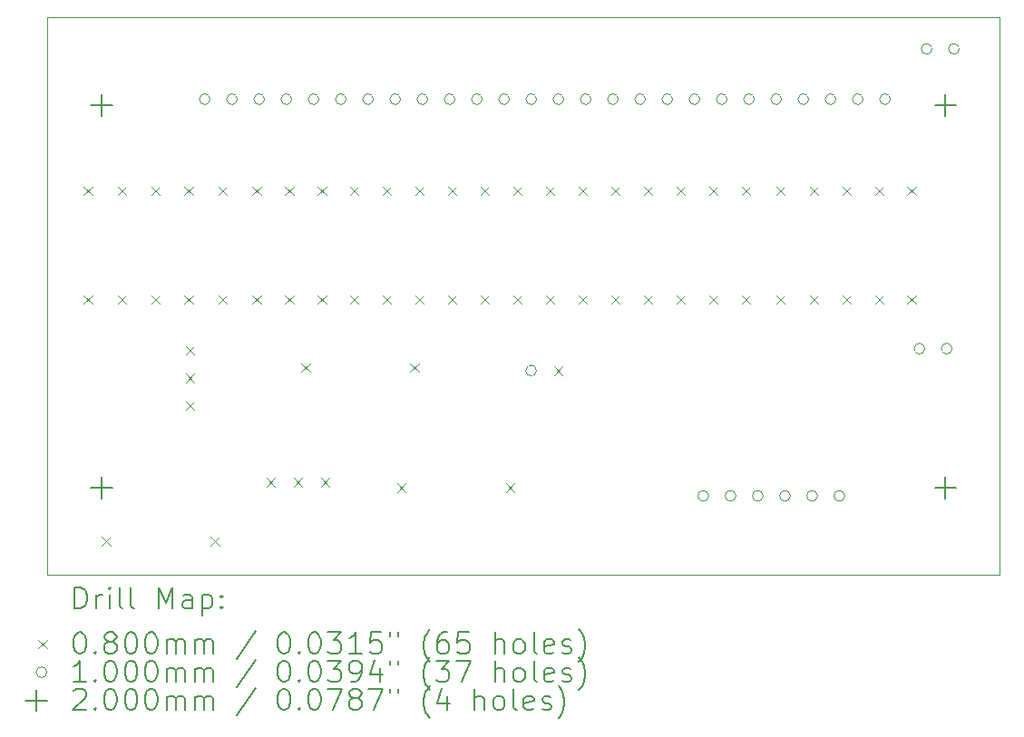
<source format=gbr>
%TF.GenerationSoftware,KiCad,Pcbnew,8.0.3*%
%TF.CreationDate,2024-07-19T22:04:13-04:00*%
%TF.ProjectId,CCPPowerBoard,43435050-6f77-4657-9242-6f6172642e6b,rev?*%
%TF.SameCoordinates,Original*%
%TF.FileFunction,Drillmap*%
%TF.FilePolarity,Positive*%
%FSLAX45Y45*%
G04 Gerber Fmt 4.5, Leading zero omitted, Abs format (unit mm)*
G04 Created by KiCad (PCBNEW 8.0.3) date 2024-07-19 22:04:13*
%MOMM*%
%LPD*%
G01*
G04 APERTURE LIST*
%ADD10C,0.050000*%
%ADD11C,0.200000*%
%ADD12C,0.100000*%
G04 APERTURE END LIST*
D10*
X6840000Y-5330000D02*
X15730000Y-5330000D01*
X15730000Y-10540000D01*
X6840000Y-10540000D01*
X6840000Y-5330000D01*
D11*
D12*
X7180000Y-6910000D02*
X7260000Y-6990000D01*
X7260000Y-6910000D02*
X7180000Y-6990000D01*
X7180000Y-7926000D02*
X7260000Y-8006000D01*
X7260000Y-7926000D02*
X7180000Y-8006000D01*
X7352000Y-10185000D02*
X7432000Y-10265000D01*
X7432000Y-10185000D02*
X7352000Y-10265000D01*
X7500000Y-6910000D02*
X7580000Y-6990000D01*
X7580000Y-6910000D02*
X7500000Y-6990000D01*
X7500000Y-7926000D02*
X7580000Y-8006000D01*
X7580000Y-7926000D02*
X7500000Y-8006000D01*
X7810000Y-6910000D02*
X7890000Y-6990000D01*
X7890000Y-6910000D02*
X7810000Y-6990000D01*
X7810000Y-7926000D02*
X7890000Y-8006000D01*
X7890000Y-7926000D02*
X7810000Y-8006000D01*
X8120000Y-6910000D02*
X8200000Y-6990000D01*
X8200000Y-6910000D02*
X8120000Y-6990000D01*
X8120000Y-7926000D02*
X8200000Y-8006000D01*
X8200000Y-7926000D02*
X8120000Y-8006000D01*
X8132500Y-8400000D02*
X8212500Y-8480000D01*
X8212500Y-8400000D02*
X8132500Y-8480000D01*
X8132500Y-8660000D02*
X8212500Y-8740000D01*
X8212500Y-8660000D02*
X8132500Y-8740000D01*
X8132500Y-8920000D02*
X8212500Y-9000000D01*
X8212500Y-8920000D02*
X8132500Y-9000000D01*
X8368000Y-10185000D02*
X8448000Y-10265000D01*
X8448000Y-10185000D02*
X8368000Y-10265000D01*
X8440000Y-6910000D02*
X8520000Y-6990000D01*
X8520000Y-6910000D02*
X8440000Y-6990000D01*
X8440000Y-7926000D02*
X8520000Y-8006000D01*
X8520000Y-7926000D02*
X8440000Y-8006000D01*
X8755000Y-6910000D02*
X8835000Y-6990000D01*
X8835000Y-6910000D02*
X8755000Y-6990000D01*
X8755000Y-7926000D02*
X8835000Y-8006000D01*
X8835000Y-7926000D02*
X8755000Y-8006000D01*
X8887000Y-9635000D02*
X8967000Y-9715000D01*
X8967000Y-9635000D02*
X8887000Y-9715000D01*
X9060000Y-6910000D02*
X9140000Y-6990000D01*
X9140000Y-6910000D02*
X9060000Y-6990000D01*
X9060000Y-7926000D02*
X9140000Y-8006000D01*
X9140000Y-7926000D02*
X9060000Y-8006000D01*
X9141000Y-9635000D02*
X9221000Y-9715000D01*
X9221000Y-9635000D02*
X9141000Y-9715000D01*
X9213500Y-8560000D02*
X9293500Y-8640000D01*
X9293500Y-8560000D02*
X9213500Y-8640000D01*
X9365000Y-6910000D02*
X9445000Y-6990000D01*
X9445000Y-6910000D02*
X9365000Y-6990000D01*
X9365000Y-7926000D02*
X9445000Y-8006000D01*
X9445000Y-7926000D02*
X9365000Y-8006000D01*
X9395000Y-9635000D02*
X9475000Y-9715000D01*
X9475000Y-9635000D02*
X9395000Y-9715000D01*
X9665000Y-6910000D02*
X9745000Y-6990000D01*
X9745000Y-6910000D02*
X9665000Y-6990000D01*
X9665000Y-7926000D02*
X9745000Y-8006000D01*
X9745000Y-7926000D02*
X9665000Y-8006000D01*
X9970000Y-6910000D02*
X10050000Y-6990000D01*
X10050000Y-6910000D02*
X9970000Y-6990000D01*
X9970000Y-7926000D02*
X10050000Y-8006000D01*
X10050000Y-7926000D02*
X9970000Y-8006000D01*
X10104000Y-9685000D02*
X10184000Y-9765000D01*
X10184000Y-9685000D02*
X10104000Y-9765000D01*
X10229500Y-8560000D02*
X10309500Y-8640000D01*
X10309500Y-8560000D02*
X10229500Y-8640000D01*
X10275000Y-6910000D02*
X10355000Y-6990000D01*
X10355000Y-6910000D02*
X10275000Y-6990000D01*
X10275000Y-7926000D02*
X10355000Y-8006000D01*
X10355000Y-7926000D02*
X10275000Y-8006000D01*
X10580000Y-6910000D02*
X10660000Y-6990000D01*
X10660000Y-6910000D02*
X10580000Y-6990000D01*
X10580000Y-7926000D02*
X10660000Y-8006000D01*
X10660000Y-7926000D02*
X10580000Y-8006000D01*
X10885000Y-6910000D02*
X10965000Y-6990000D01*
X10965000Y-6910000D02*
X10885000Y-6990000D01*
X10885000Y-7926000D02*
X10965000Y-8006000D01*
X10965000Y-7926000D02*
X10885000Y-8006000D01*
X11120000Y-9685000D02*
X11200000Y-9765000D01*
X11200000Y-9685000D02*
X11120000Y-9765000D01*
X11190000Y-6910000D02*
X11270000Y-6990000D01*
X11270000Y-6910000D02*
X11190000Y-6990000D01*
X11190000Y-7926000D02*
X11270000Y-8006000D01*
X11270000Y-7926000D02*
X11190000Y-8006000D01*
X11495000Y-6910000D02*
X11575000Y-6990000D01*
X11575000Y-6910000D02*
X11495000Y-6990000D01*
X11495000Y-7926000D02*
X11575000Y-8006000D01*
X11575000Y-7926000D02*
X11495000Y-8006000D01*
X11571500Y-8590000D02*
X11651500Y-8670000D01*
X11651500Y-8590000D02*
X11571500Y-8670000D01*
X11800000Y-6910000D02*
X11880000Y-6990000D01*
X11880000Y-6910000D02*
X11800000Y-6990000D01*
X11800000Y-7926000D02*
X11880000Y-8006000D01*
X11880000Y-7926000D02*
X11800000Y-8006000D01*
X12105000Y-6910000D02*
X12185000Y-6990000D01*
X12185000Y-6910000D02*
X12105000Y-6990000D01*
X12105000Y-7926000D02*
X12185000Y-8006000D01*
X12185000Y-7926000D02*
X12105000Y-8006000D01*
X12410000Y-6910000D02*
X12490000Y-6990000D01*
X12490000Y-6910000D02*
X12410000Y-6990000D01*
X12410000Y-7926000D02*
X12490000Y-8006000D01*
X12490000Y-7926000D02*
X12410000Y-8006000D01*
X12715000Y-6910000D02*
X12795000Y-6990000D01*
X12795000Y-6910000D02*
X12715000Y-6990000D01*
X12715000Y-7926000D02*
X12795000Y-8006000D01*
X12795000Y-7926000D02*
X12715000Y-8006000D01*
X13020000Y-6910000D02*
X13100000Y-6990000D01*
X13100000Y-6910000D02*
X13020000Y-6990000D01*
X13020000Y-7926000D02*
X13100000Y-8006000D01*
X13100000Y-7926000D02*
X13020000Y-8006000D01*
X13325000Y-6910000D02*
X13405000Y-6990000D01*
X13405000Y-6910000D02*
X13325000Y-6990000D01*
X13325000Y-7926000D02*
X13405000Y-8006000D01*
X13405000Y-7926000D02*
X13325000Y-8006000D01*
X13645000Y-6910000D02*
X13725000Y-6990000D01*
X13725000Y-6910000D02*
X13645000Y-6990000D01*
X13645000Y-7926000D02*
X13725000Y-8006000D01*
X13725000Y-7926000D02*
X13645000Y-8006000D01*
X13960000Y-6910000D02*
X14040000Y-6990000D01*
X14040000Y-6910000D02*
X13960000Y-6990000D01*
X13960000Y-7926000D02*
X14040000Y-8006000D01*
X14040000Y-7926000D02*
X13960000Y-8006000D01*
X14265000Y-6910000D02*
X14345000Y-6990000D01*
X14345000Y-6910000D02*
X14265000Y-6990000D01*
X14265000Y-7926000D02*
X14345000Y-8006000D01*
X14345000Y-7926000D02*
X14265000Y-8006000D01*
X14570000Y-6910000D02*
X14650000Y-6990000D01*
X14650000Y-6910000D02*
X14570000Y-6990000D01*
X14570000Y-7926000D02*
X14650000Y-8006000D01*
X14650000Y-7926000D02*
X14570000Y-8006000D01*
X14870000Y-6910000D02*
X14950000Y-6990000D01*
X14950000Y-6910000D02*
X14870000Y-6990000D01*
X14870000Y-7926000D02*
X14950000Y-8006000D01*
X14950000Y-7926000D02*
X14870000Y-8006000D01*
X8361000Y-6095000D02*
G75*
G02*
X8261000Y-6095000I-50000J0D01*
G01*
X8261000Y-6095000D02*
G75*
G02*
X8361000Y-6095000I50000J0D01*
G01*
X8615000Y-6095000D02*
G75*
G02*
X8515000Y-6095000I-50000J0D01*
G01*
X8515000Y-6095000D02*
G75*
G02*
X8615000Y-6095000I50000J0D01*
G01*
X8869000Y-6095000D02*
G75*
G02*
X8769000Y-6095000I-50000J0D01*
G01*
X8769000Y-6095000D02*
G75*
G02*
X8869000Y-6095000I50000J0D01*
G01*
X9123000Y-6095000D02*
G75*
G02*
X9023000Y-6095000I-50000J0D01*
G01*
X9023000Y-6095000D02*
G75*
G02*
X9123000Y-6095000I50000J0D01*
G01*
X9377000Y-6095000D02*
G75*
G02*
X9277000Y-6095000I-50000J0D01*
G01*
X9277000Y-6095000D02*
G75*
G02*
X9377000Y-6095000I50000J0D01*
G01*
X9631000Y-6095000D02*
G75*
G02*
X9531000Y-6095000I-50000J0D01*
G01*
X9531000Y-6095000D02*
G75*
G02*
X9631000Y-6095000I50000J0D01*
G01*
X9885000Y-6095000D02*
G75*
G02*
X9785000Y-6095000I-50000J0D01*
G01*
X9785000Y-6095000D02*
G75*
G02*
X9885000Y-6095000I50000J0D01*
G01*
X10139000Y-6095000D02*
G75*
G02*
X10039000Y-6095000I-50000J0D01*
G01*
X10039000Y-6095000D02*
G75*
G02*
X10139000Y-6095000I50000J0D01*
G01*
X10393000Y-6095000D02*
G75*
G02*
X10293000Y-6095000I-50000J0D01*
G01*
X10293000Y-6095000D02*
G75*
G02*
X10393000Y-6095000I50000J0D01*
G01*
X10647000Y-6095000D02*
G75*
G02*
X10547000Y-6095000I-50000J0D01*
G01*
X10547000Y-6095000D02*
G75*
G02*
X10647000Y-6095000I50000J0D01*
G01*
X10901000Y-6095000D02*
G75*
G02*
X10801000Y-6095000I-50000J0D01*
G01*
X10801000Y-6095000D02*
G75*
G02*
X10901000Y-6095000I50000J0D01*
G01*
X11155000Y-6095000D02*
G75*
G02*
X11055000Y-6095000I-50000J0D01*
G01*
X11055000Y-6095000D02*
G75*
G02*
X11155000Y-6095000I50000J0D01*
G01*
X11407500Y-8630000D02*
G75*
G02*
X11307500Y-8630000I-50000J0D01*
G01*
X11307500Y-8630000D02*
G75*
G02*
X11407500Y-8630000I50000J0D01*
G01*
X11409000Y-6095000D02*
G75*
G02*
X11309000Y-6095000I-50000J0D01*
G01*
X11309000Y-6095000D02*
G75*
G02*
X11409000Y-6095000I50000J0D01*
G01*
X11663000Y-6095000D02*
G75*
G02*
X11563000Y-6095000I-50000J0D01*
G01*
X11563000Y-6095000D02*
G75*
G02*
X11663000Y-6095000I50000J0D01*
G01*
X11917000Y-6095000D02*
G75*
G02*
X11817000Y-6095000I-50000J0D01*
G01*
X11817000Y-6095000D02*
G75*
G02*
X11917000Y-6095000I50000J0D01*
G01*
X12171000Y-6095000D02*
G75*
G02*
X12071000Y-6095000I-50000J0D01*
G01*
X12071000Y-6095000D02*
G75*
G02*
X12171000Y-6095000I50000J0D01*
G01*
X12425000Y-6095000D02*
G75*
G02*
X12325000Y-6095000I-50000J0D01*
G01*
X12325000Y-6095000D02*
G75*
G02*
X12425000Y-6095000I50000J0D01*
G01*
X12679000Y-6095000D02*
G75*
G02*
X12579000Y-6095000I-50000J0D01*
G01*
X12579000Y-6095000D02*
G75*
G02*
X12679000Y-6095000I50000J0D01*
G01*
X12933000Y-6095000D02*
G75*
G02*
X12833000Y-6095000I-50000J0D01*
G01*
X12833000Y-6095000D02*
G75*
G02*
X12933000Y-6095000I50000J0D01*
G01*
X13015000Y-9800000D02*
G75*
G02*
X12915000Y-9800000I-50000J0D01*
G01*
X12915000Y-9800000D02*
G75*
G02*
X13015000Y-9800000I50000J0D01*
G01*
X13187000Y-6095000D02*
G75*
G02*
X13087000Y-6095000I-50000J0D01*
G01*
X13087000Y-6095000D02*
G75*
G02*
X13187000Y-6095000I50000J0D01*
G01*
X13269000Y-9800000D02*
G75*
G02*
X13169000Y-9800000I-50000J0D01*
G01*
X13169000Y-9800000D02*
G75*
G02*
X13269000Y-9800000I50000J0D01*
G01*
X13441000Y-6095000D02*
G75*
G02*
X13341000Y-6095000I-50000J0D01*
G01*
X13341000Y-6095000D02*
G75*
G02*
X13441000Y-6095000I50000J0D01*
G01*
X13523000Y-9800000D02*
G75*
G02*
X13423000Y-9800000I-50000J0D01*
G01*
X13423000Y-9800000D02*
G75*
G02*
X13523000Y-9800000I50000J0D01*
G01*
X13695000Y-6095000D02*
G75*
G02*
X13595000Y-6095000I-50000J0D01*
G01*
X13595000Y-6095000D02*
G75*
G02*
X13695000Y-6095000I50000J0D01*
G01*
X13777000Y-9800000D02*
G75*
G02*
X13677000Y-9800000I-50000J0D01*
G01*
X13677000Y-9800000D02*
G75*
G02*
X13777000Y-9800000I50000J0D01*
G01*
X13949000Y-6095000D02*
G75*
G02*
X13849000Y-6095000I-50000J0D01*
G01*
X13849000Y-6095000D02*
G75*
G02*
X13949000Y-6095000I50000J0D01*
G01*
X14031000Y-9800000D02*
G75*
G02*
X13931000Y-9800000I-50000J0D01*
G01*
X13931000Y-9800000D02*
G75*
G02*
X14031000Y-9800000I50000J0D01*
G01*
X14203000Y-6095000D02*
G75*
G02*
X14103000Y-6095000I-50000J0D01*
G01*
X14103000Y-6095000D02*
G75*
G02*
X14203000Y-6095000I50000J0D01*
G01*
X14285000Y-9800000D02*
G75*
G02*
X14185000Y-9800000I-50000J0D01*
G01*
X14185000Y-9800000D02*
G75*
G02*
X14285000Y-9800000I50000J0D01*
G01*
X14457000Y-6095000D02*
G75*
G02*
X14357000Y-6095000I-50000J0D01*
G01*
X14357000Y-6095000D02*
G75*
G02*
X14457000Y-6095000I50000J0D01*
G01*
X14711000Y-6095000D02*
G75*
G02*
X14611000Y-6095000I-50000J0D01*
G01*
X14611000Y-6095000D02*
G75*
G02*
X14711000Y-6095000I50000J0D01*
G01*
X15032500Y-8425000D02*
G75*
G02*
X14932500Y-8425000I-50000J0D01*
G01*
X14932500Y-8425000D02*
G75*
G02*
X15032500Y-8425000I50000J0D01*
G01*
X15100000Y-5625000D02*
G75*
G02*
X15000000Y-5625000I-50000J0D01*
G01*
X15000000Y-5625000D02*
G75*
G02*
X15100000Y-5625000I50000J0D01*
G01*
X15286500Y-8425000D02*
G75*
G02*
X15186500Y-8425000I-50000J0D01*
G01*
X15186500Y-8425000D02*
G75*
G02*
X15286500Y-8425000I50000J0D01*
G01*
X15354000Y-5625000D02*
G75*
G02*
X15254000Y-5625000I-50000J0D01*
G01*
X15254000Y-5625000D02*
G75*
G02*
X15354000Y-5625000I50000J0D01*
G01*
D11*
X7350000Y-6050000D02*
X7350000Y-6250000D01*
X7250000Y-6150000D02*
X7450000Y-6150000D01*
X7350000Y-9625000D02*
X7350000Y-9825000D01*
X7250000Y-9725000D02*
X7450000Y-9725000D01*
X15225000Y-6050000D02*
X15225000Y-6250000D01*
X15125000Y-6150000D02*
X15325000Y-6150000D01*
X15225000Y-9625000D02*
X15225000Y-9825000D01*
X15125000Y-9725000D02*
X15325000Y-9725000D01*
X7098277Y-10853984D02*
X7098277Y-10653984D01*
X7098277Y-10653984D02*
X7145896Y-10653984D01*
X7145896Y-10653984D02*
X7174467Y-10663508D01*
X7174467Y-10663508D02*
X7193515Y-10682555D01*
X7193515Y-10682555D02*
X7203039Y-10701603D01*
X7203039Y-10701603D02*
X7212562Y-10739698D01*
X7212562Y-10739698D02*
X7212562Y-10768270D01*
X7212562Y-10768270D02*
X7203039Y-10806365D01*
X7203039Y-10806365D02*
X7193515Y-10825412D01*
X7193515Y-10825412D02*
X7174467Y-10844460D01*
X7174467Y-10844460D02*
X7145896Y-10853984D01*
X7145896Y-10853984D02*
X7098277Y-10853984D01*
X7298277Y-10853984D02*
X7298277Y-10720650D01*
X7298277Y-10758746D02*
X7307801Y-10739698D01*
X7307801Y-10739698D02*
X7317324Y-10730174D01*
X7317324Y-10730174D02*
X7336372Y-10720650D01*
X7336372Y-10720650D02*
X7355420Y-10720650D01*
X7422086Y-10853984D02*
X7422086Y-10720650D01*
X7422086Y-10653984D02*
X7412562Y-10663508D01*
X7412562Y-10663508D02*
X7422086Y-10673031D01*
X7422086Y-10673031D02*
X7431610Y-10663508D01*
X7431610Y-10663508D02*
X7422086Y-10653984D01*
X7422086Y-10653984D02*
X7422086Y-10673031D01*
X7545896Y-10853984D02*
X7526848Y-10844460D01*
X7526848Y-10844460D02*
X7517324Y-10825412D01*
X7517324Y-10825412D02*
X7517324Y-10653984D01*
X7650658Y-10853984D02*
X7631610Y-10844460D01*
X7631610Y-10844460D02*
X7622086Y-10825412D01*
X7622086Y-10825412D02*
X7622086Y-10653984D01*
X7879229Y-10853984D02*
X7879229Y-10653984D01*
X7879229Y-10653984D02*
X7945896Y-10796841D01*
X7945896Y-10796841D02*
X8012562Y-10653984D01*
X8012562Y-10653984D02*
X8012562Y-10853984D01*
X8193515Y-10853984D02*
X8193515Y-10749222D01*
X8193515Y-10749222D02*
X8183991Y-10730174D01*
X8183991Y-10730174D02*
X8164943Y-10720650D01*
X8164943Y-10720650D02*
X8126848Y-10720650D01*
X8126848Y-10720650D02*
X8107801Y-10730174D01*
X8193515Y-10844460D02*
X8174467Y-10853984D01*
X8174467Y-10853984D02*
X8126848Y-10853984D01*
X8126848Y-10853984D02*
X8107801Y-10844460D01*
X8107801Y-10844460D02*
X8098277Y-10825412D01*
X8098277Y-10825412D02*
X8098277Y-10806365D01*
X8098277Y-10806365D02*
X8107801Y-10787317D01*
X8107801Y-10787317D02*
X8126848Y-10777793D01*
X8126848Y-10777793D02*
X8174467Y-10777793D01*
X8174467Y-10777793D02*
X8193515Y-10768270D01*
X8288753Y-10720650D02*
X8288753Y-10920650D01*
X8288753Y-10730174D02*
X8307801Y-10720650D01*
X8307801Y-10720650D02*
X8345896Y-10720650D01*
X8345896Y-10720650D02*
X8364943Y-10730174D01*
X8364943Y-10730174D02*
X8374467Y-10739698D01*
X8374467Y-10739698D02*
X8383991Y-10758746D01*
X8383991Y-10758746D02*
X8383991Y-10815889D01*
X8383991Y-10815889D02*
X8374467Y-10834936D01*
X8374467Y-10834936D02*
X8364943Y-10844460D01*
X8364943Y-10844460D02*
X8345896Y-10853984D01*
X8345896Y-10853984D02*
X8307801Y-10853984D01*
X8307801Y-10853984D02*
X8288753Y-10844460D01*
X8469705Y-10834936D02*
X8479229Y-10844460D01*
X8479229Y-10844460D02*
X8469705Y-10853984D01*
X8469705Y-10853984D02*
X8460182Y-10844460D01*
X8460182Y-10844460D02*
X8469705Y-10834936D01*
X8469705Y-10834936D02*
X8469705Y-10853984D01*
X8469705Y-10730174D02*
X8479229Y-10739698D01*
X8479229Y-10739698D02*
X8469705Y-10749222D01*
X8469705Y-10749222D02*
X8460182Y-10739698D01*
X8460182Y-10739698D02*
X8469705Y-10730174D01*
X8469705Y-10730174D02*
X8469705Y-10749222D01*
D12*
X6757500Y-11142500D02*
X6837500Y-11222500D01*
X6837500Y-11142500D02*
X6757500Y-11222500D01*
D11*
X7136372Y-11073984D02*
X7155420Y-11073984D01*
X7155420Y-11073984D02*
X7174467Y-11083508D01*
X7174467Y-11083508D02*
X7183991Y-11093031D01*
X7183991Y-11093031D02*
X7193515Y-11112079D01*
X7193515Y-11112079D02*
X7203039Y-11150174D01*
X7203039Y-11150174D02*
X7203039Y-11197793D01*
X7203039Y-11197793D02*
X7193515Y-11235888D01*
X7193515Y-11235888D02*
X7183991Y-11254936D01*
X7183991Y-11254936D02*
X7174467Y-11264460D01*
X7174467Y-11264460D02*
X7155420Y-11273984D01*
X7155420Y-11273984D02*
X7136372Y-11273984D01*
X7136372Y-11273984D02*
X7117324Y-11264460D01*
X7117324Y-11264460D02*
X7107801Y-11254936D01*
X7107801Y-11254936D02*
X7098277Y-11235888D01*
X7098277Y-11235888D02*
X7088753Y-11197793D01*
X7088753Y-11197793D02*
X7088753Y-11150174D01*
X7088753Y-11150174D02*
X7098277Y-11112079D01*
X7098277Y-11112079D02*
X7107801Y-11093031D01*
X7107801Y-11093031D02*
X7117324Y-11083508D01*
X7117324Y-11083508D02*
X7136372Y-11073984D01*
X7288753Y-11254936D02*
X7298277Y-11264460D01*
X7298277Y-11264460D02*
X7288753Y-11273984D01*
X7288753Y-11273984D02*
X7279229Y-11264460D01*
X7279229Y-11264460D02*
X7288753Y-11254936D01*
X7288753Y-11254936D02*
X7288753Y-11273984D01*
X7412562Y-11159698D02*
X7393515Y-11150174D01*
X7393515Y-11150174D02*
X7383991Y-11140650D01*
X7383991Y-11140650D02*
X7374467Y-11121603D01*
X7374467Y-11121603D02*
X7374467Y-11112079D01*
X7374467Y-11112079D02*
X7383991Y-11093031D01*
X7383991Y-11093031D02*
X7393515Y-11083508D01*
X7393515Y-11083508D02*
X7412562Y-11073984D01*
X7412562Y-11073984D02*
X7450658Y-11073984D01*
X7450658Y-11073984D02*
X7469705Y-11083508D01*
X7469705Y-11083508D02*
X7479229Y-11093031D01*
X7479229Y-11093031D02*
X7488753Y-11112079D01*
X7488753Y-11112079D02*
X7488753Y-11121603D01*
X7488753Y-11121603D02*
X7479229Y-11140650D01*
X7479229Y-11140650D02*
X7469705Y-11150174D01*
X7469705Y-11150174D02*
X7450658Y-11159698D01*
X7450658Y-11159698D02*
X7412562Y-11159698D01*
X7412562Y-11159698D02*
X7393515Y-11169222D01*
X7393515Y-11169222D02*
X7383991Y-11178746D01*
X7383991Y-11178746D02*
X7374467Y-11197793D01*
X7374467Y-11197793D02*
X7374467Y-11235888D01*
X7374467Y-11235888D02*
X7383991Y-11254936D01*
X7383991Y-11254936D02*
X7393515Y-11264460D01*
X7393515Y-11264460D02*
X7412562Y-11273984D01*
X7412562Y-11273984D02*
X7450658Y-11273984D01*
X7450658Y-11273984D02*
X7469705Y-11264460D01*
X7469705Y-11264460D02*
X7479229Y-11254936D01*
X7479229Y-11254936D02*
X7488753Y-11235888D01*
X7488753Y-11235888D02*
X7488753Y-11197793D01*
X7488753Y-11197793D02*
X7479229Y-11178746D01*
X7479229Y-11178746D02*
X7469705Y-11169222D01*
X7469705Y-11169222D02*
X7450658Y-11159698D01*
X7612562Y-11073984D02*
X7631610Y-11073984D01*
X7631610Y-11073984D02*
X7650658Y-11083508D01*
X7650658Y-11083508D02*
X7660182Y-11093031D01*
X7660182Y-11093031D02*
X7669705Y-11112079D01*
X7669705Y-11112079D02*
X7679229Y-11150174D01*
X7679229Y-11150174D02*
X7679229Y-11197793D01*
X7679229Y-11197793D02*
X7669705Y-11235888D01*
X7669705Y-11235888D02*
X7660182Y-11254936D01*
X7660182Y-11254936D02*
X7650658Y-11264460D01*
X7650658Y-11264460D02*
X7631610Y-11273984D01*
X7631610Y-11273984D02*
X7612562Y-11273984D01*
X7612562Y-11273984D02*
X7593515Y-11264460D01*
X7593515Y-11264460D02*
X7583991Y-11254936D01*
X7583991Y-11254936D02*
X7574467Y-11235888D01*
X7574467Y-11235888D02*
X7564943Y-11197793D01*
X7564943Y-11197793D02*
X7564943Y-11150174D01*
X7564943Y-11150174D02*
X7574467Y-11112079D01*
X7574467Y-11112079D02*
X7583991Y-11093031D01*
X7583991Y-11093031D02*
X7593515Y-11083508D01*
X7593515Y-11083508D02*
X7612562Y-11073984D01*
X7803039Y-11073984D02*
X7822086Y-11073984D01*
X7822086Y-11073984D02*
X7841134Y-11083508D01*
X7841134Y-11083508D02*
X7850658Y-11093031D01*
X7850658Y-11093031D02*
X7860182Y-11112079D01*
X7860182Y-11112079D02*
X7869705Y-11150174D01*
X7869705Y-11150174D02*
X7869705Y-11197793D01*
X7869705Y-11197793D02*
X7860182Y-11235888D01*
X7860182Y-11235888D02*
X7850658Y-11254936D01*
X7850658Y-11254936D02*
X7841134Y-11264460D01*
X7841134Y-11264460D02*
X7822086Y-11273984D01*
X7822086Y-11273984D02*
X7803039Y-11273984D01*
X7803039Y-11273984D02*
X7783991Y-11264460D01*
X7783991Y-11264460D02*
X7774467Y-11254936D01*
X7774467Y-11254936D02*
X7764943Y-11235888D01*
X7764943Y-11235888D02*
X7755420Y-11197793D01*
X7755420Y-11197793D02*
X7755420Y-11150174D01*
X7755420Y-11150174D02*
X7764943Y-11112079D01*
X7764943Y-11112079D02*
X7774467Y-11093031D01*
X7774467Y-11093031D02*
X7783991Y-11083508D01*
X7783991Y-11083508D02*
X7803039Y-11073984D01*
X7955420Y-11273984D02*
X7955420Y-11140650D01*
X7955420Y-11159698D02*
X7964943Y-11150174D01*
X7964943Y-11150174D02*
X7983991Y-11140650D01*
X7983991Y-11140650D02*
X8012563Y-11140650D01*
X8012563Y-11140650D02*
X8031610Y-11150174D01*
X8031610Y-11150174D02*
X8041134Y-11169222D01*
X8041134Y-11169222D02*
X8041134Y-11273984D01*
X8041134Y-11169222D02*
X8050658Y-11150174D01*
X8050658Y-11150174D02*
X8069705Y-11140650D01*
X8069705Y-11140650D02*
X8098277Y-11140650D01*
X8098277Y-11140650D02*
X8117324Y-11150174D01*
X8117324Y-11150174D02*
X8126848Y-11169222D01*
X8126848Y-11169222D02*
X8126848Y-11273984D01*
X8222086Y-11273984D02*
X8222086Y-11140650D01*
X8222086Y-11159698D02*
X8231610Y-11150174D01*
X8231610Y-11150174D02*
X8250658Y-11140650D01*
X8250658Y-11140650D02*
X8279229Y-11140650D01*
X8279229Y-11140650D02*
X8298277Y-11150174D01*
X8298277Y-11150174D02*
X8307801Y-11169222D01*
X8307801Y-11169222D02*
X8307801Y-11273984D01*
X8307801Y-11169222D02*
X8317324Y-11150174D01*
X8317324Y-11150174D02*
X8336372Y-11140650D01*
X8336372Y-11140650D02*
X8364943Y-11140650D01*
X8364943Y-11140650D02*
X8383991Y-11150174D01*
X8383991Y-11150174D02*
X8393515Y-11169222D01*
X8393515Y-11169222D02*
X8393515Y-11273984D01*
X8783991Y-11064460D02*
X8612563Y-11321603D01*
X9041134Y-11073984D02*
X9060182Y-11073984D01*
X9060182Y-11073984D02*
X9079229Y-11083508D01*
X9079229Y-11083508D02*
X9088753Y-11093031D01*
X9088753Y-11093031D02*
X9098277Y-11112079D01*
X9098277Y-11112079D02*
X9107801Y-11150174D01*
X9107801Y-11150174D02*
X9107801Y-11197793D01*
X9107801Y-11197793D02*
X9098277Y-11235888D01*
X9098277Y-11235888D02*
X9088753Y-11254936D01*
X9088753Y-11254936D02*
X9079229Y-11264460D01*
X9079229Y-11264460D02*
X9060182Y-11273984D01*
X9060182Y-11273984D02*
X9041134Y-11273984D01*
X9041134Y-11273984D02*
X9022087Y-11264460D01*
X9022087Y-11264460D02*
X9012563Y-11254936D01*
X9012563Y-11254936D02*
X9003039Y-11235888D01*
X9003039Y-11235888D02*
X8993515Y-11197793D01*
X8993515Y-11197793D02*
X8993515Y-11150174D01*
X8993515Y-11150174D02*
X9003039Y-11112079D01*
X9003039Y-11112079D02*
X9012563Y-11093031D01*
X9012563Y-11093031D02*
X9022087Y-11083508D01*
X9022087Y-11083508D02*
X9041134Y-11073984D01*
X9193515Y-11254936D02*
X9203039Y-11264460D01*
X9203039Y-11264460D02*
X9193515Y-11273984D01*
X9193515Y-11273984D02*
X9183991Y-11264460D01*
X9183991Y-11264460D02*
X9193515Y-11254936D01*
X9193515Y-11254936D02*
X9193515Y-11273984D01*
X9326848Y-11073984D02*
X9345896Y-11073984D01*
X9345896Y-11073984D02*
X9364944Y-11083508D01*
X9364944Y-11083508D02*
X9374468Y-11093031D01*
X9374468Y-11093031D02*
X9383991Y-11112079D01*
X9383991Y-11112079D02*
X9393515Y-11150174D01*
X9393515Y-11150174D02*
X9393515Y-11197793D01*
X9393515Y-11197793D02*
X9383991Y-11235888D01*
X9383991Y-11235888D02*
X9374468Y-11254936D01*
X9374468Y-11254936D02*
X9364944Y-11264460D01*
X9364944Y-11264460D02*
X9345896Y-11273984D01*
X9345896Y-11273984D02*
X9326848Y-11273984D01*
X9326848Y-11273984D02*
X9307801Y-11264460D01*
X9307801Y-11264460D02*
X9298277Y-11254936D01*
X9298277Y-11254936D02*
X9288753Y-11235888D01*
X9288753Y-11235888D02*
X9279229Y-11197793D01*
X9279229Y-11197793D02*
X9279229Y-11150174D01*
X9279229Y-11150174D02*
X9288753Y-11112079D01*
X9288753Y-11112079D02*
X9298277Y-11093031D01*
X9298277Y-11093031D02*
X9307801Y-11083508D01*
X9307801Y-11083508D02*
X9326848Y-11073984D01*
X9460182Y-11073984D02*
X9583991Y-11073984D01*
X9583991Y-11073984D02*
X9517325Y-11150174D01*
X9517325Y-11150174D02*
X9545896Y-11150174D01*
X9545896Y-11150174D02*
X9564944Y-11159698D01*
X9564944Y-11159698D02*
X9574468Y-11169222D01*
X9574468Y-11169222D02*
X9583991Y-11188269D01*
X9583991Y-11188269D02*
X9583991Y-11235888D01*
X9583991Y-11235888D02*
X9574468Y-11254936D01*
X9574468Y-11254936D02*
X9564944Y-11264460D01*
X9564944Y-11264460D02*
X9545896Y-11273984D01*
X9545896Y-11273984D02*
X9488753Y-11273984D01*
X9488753Y-11273984D02*
X9469706Y-11264460D01*
X9469706Y-11264460D02*
X9460182Y-11254936D01*
X9774468Y-11273984D02*
X9660182Y-11273984D01*
X9717325Y-11273984D02*
X9717325Y-11073984D01*
X9717325Y-11073984D02*
X9698277Y-11102555D01*
X9698277Y-11102555D02*
X9679229Y-11121603D01*
X9679229Y-11121603D02*
X9660182Y-11131127D01*
X9955420Y-11073984D02*
X9860182Y-11073984D01*
X9860182Y-11073984D02*
X9850658Y-11169222D01*
X9850658Y-11169222D02*
X9860182Y-11159698D01*
X9860182Y-11159698D02*
X9879229Y-11150174D01*
X9879229Y-11150174D02*
X9926849Y-11150174D01*
X9926849Y-11150174D02*
X9945896Y-11159698D01*
X9945896Y-11159698D02*
X9955420Y-11169222D01*
X9955420Y-11169222D02*
X9964944Y-11188269D01*
X9964944Y-11188269D02*
X9964944Y-11235888D01*
X9964944Y-11235888D02*
X9955420Y-11254936D01*
X9955420Y-11254936D02*
X9945896Y-11264460D01*
X9945896Y-11264460D02*
X9926849Y-11273984D01*
X9926849Y-11273984D02*
X9879229Y-11273984D01*
X9879229Y-11273984D02*
X9860182Y-11264460D01*
X9860182Y-11264460D02*
X9850658Y-11254936D01*
X10041134Y-11073984D02*
X10041134Y-11112079D01*
X10117325Y-11073984D02*
X10117325Y-11112079D01*
X10412563Y-11350174D02*
X10403039Y-11340650D01*
X10403039Y-11340650D02*
X10383991Y-11312079D01*
X10383991Y-11312079D02*
X10374468Y-11293031D01*
X10374468Y-11293031D02*
X10364944Y-11264460D01*
X10364944Y-11264460D02*
X10355420Y-11216841D01*
X10355420Y-11216841D02*
X10355420Y-11178746D01*
X10355420Y-11178746D02*
X10364944Y-11131127D01*
X10364944Y-11131127D02*
X10374468Y-11102555D01*
X10374468Y-11102555D02*
X10383991Y-11083508D01*
X10383991Y-11083508D02*
X10403039Y-11054936D01*
X10403039Y-11054936D02*
X10412563Y-11045412D01*
X10574468Y-11073984D02*
X10536372Y-11073984D01*
X10536372Y-11073984D02*
X10517325Y-11083508D01*
X10517325Y-11083508D02*
X10507801Y-11093031D01*
X10507801Y-11093031D02*
X10488753Y-11121603D01*
X10488753Y-11121603D02*
X10479230Y-11159698D01*
X10479230Y-11159698D02*
X10479230Y-11235888D01*
X10479230Y-11235888D02*
X10488753Y-11254936D01*
X10488753Y-11254936D02*
X10498277Y-11264460D01*
X10498277Y-11264460D02*
X10517325Y-11273984D01*
X10517325Y-11273984D02*
X10555420Y-11273984D01*
X10555420Y-11273984D02*
X10574468Y-11264460D01*
X10574468Y-11264460D02*
X10583991Y-11254936D01*
X10583991Y-11254936D02*
X10593515Y-11235888D01*
X10593515Y-11235888D02*
X10593515Y-11188269D01*
X10593515Y-11188269D02*
X10583991Y-11169222D01*
X10583991Y-11169222D02*
X10574468Y-11159698D01*
X10574468Y-11159698D02*
X10555420Y-11150174D01*
X10555420Y-11150174D02*
X10517325Y-11150174D01*
X10517325Y-11150174D02*
X10498277Y-11159698D01*
X10498277Y-11159698D02*
X10488753Y-11169222D01*
X10488753Y-11169222D02*
X10479230Y-11188269D01*
X10774468Y-11073984D02*
X10679230Y-11073984D01*
X10679230Y-11073984D02*
X10669706Y-11169222D01*
X10669706Y-11169222D02*
X10679230Y-11159698D01*
X10679230Y-11159698D02*
X10698277Y-11150174D01*
X10698277Y-11150174D02*
X10745896Y-11150174D01*
X10745896Y-11150174D02*
X10764944Y-11159698D01*
X10764944Y-11159698D02*
X10774468Y-11169222D01*
X10774468Y-11169222D02*
X10783991Y-11188269D01*
X10783991Y-11188269D02*
X10783991Y-11235888D01*
X10783991Y-11235888D02*
X10774468Y-11254936D01*
X10774468Y-11254936D02*
X10764944Y-11264460D01*
X10764944Y-11264460D02*
X10745896Y-11273984D01*
X10745896Y-11273984D02*
X10698277Y-11273984D01*
X10698277Y-11273984D02*
X10679230Y-11264460D01*
X10679230Y-11264460D02*
X10669706Y-11254936D01*
X11022087Y-11273984D02*
X11022087Y-11073984D01*
X11107801Y-11273984D02*
X11107801Y-11169222D01*
X11107801Y-11169222D02*
X11098277Y-11150174D01*
X11098277Y-11150174D02*
X11079230Y-11140650D01*
X11079230Y-11140650D02*
X11050658Y-11140650D01*
X11050658Y-11140650D02*
X11031611Y-11150174D01*
X11031611Y-11150174D02*
X11022087Y-11159698D01*
X11231610Y-11273984D02*
X11212563Y-11264460D01*
X11212563Y-11264460D02*
X11203039Y-11254936D01*
X11203039Y-11254936D02*
X11193515Y-11235888D01*
X11193515Y-11235888D02*
X11193515Y-11178746D01*
X11193515Y-11178746D02*
X11203039Y-11159698D01*
X11203039Y-11159698D02*
X11212563Y-11150174D01*
X11212563Y-11150174D02*
X11231610Y-11140650D01*
X11231610Y-11140650D02*
X11260182Y-11140650D01*
X11260182Y-11140650D02*
X11279230Y-11150174D01*
X11279230Y-11150174D02*
X11288753Y-11159698D01*
X11288753Y-11159698D02*
X11298277Y-11178746D01*
X11298277Y-11178746D02*
X11298277Y-11235888D01*
X11298277Y-11235888D02*
X11288753Y-11254936D01*
X11288753Y-11254936D02*
X11279230Y-11264460D01*
X11279230Y-11264460D02*
X11260182Y-11273984D01*
X11260182Y-11273984D02*
X11231610Y-11273984D01*
X11412563Y-11273984D02*
X11393515Y-11264460D01*
X11393515Y-11264460D02*
X11383991Y-11245412D01*
X11383991Y-11245412D02*
X11383991Y-11073984D01*
X11564944Y-11264460D02*
X11545896Y-11273984D01*
X11545896Y-11273984D02*
X11507801Y-11273984D01*
X11507801Y-11273984D02*
X11488753Y-11264460D01*
X11488753Y-11264460D02*
X11479230Y-11245412D01*
X11479230Y-11245412D02*
X11479230Y-11169222D01*
X11479230Y-11169222D02*
X11488753Y-11150174D01*
X11488753Y-11150174D02*
X11507801Y-11140650D01*
X11507801Y-11140650D02*
X11545896Y-11140650D01*
X11545896Y-11140650D02*
X11564944Y-11150174D01*
X11564944Y-11150174D02*
X11574468Y-11169222D01*
X11574468Y-11169222D02*
X11574468Y-11188269D01*
X11574468Y-11188269D02*
X11479230Y-11207317D01*
X11650658Y-11264460D02*
X11669706Y-11273984D01*
X11669706Y-11273984D02*
X11707801Y-11273984D01*
X11707801Y-11273984D02*
X11726849Y-11264460D01*
X11726849Y-11264460D02*
X11736372Y-11245412D01*
X11736372Y-11245412D02*
X11736372Y-11235888D01*
X11736372Y-11235888D02*
X11726849Y-11216841D01*
X11726849Y-11216841D02*
X11707801Y-11207317D01*
X11707801Y-11207317D02*
X11679230Y-11207317D01*
X11679230Y-11207317D02*
X11660182Y-11197793D01*
X11660182Y-11197793D02*
X11650658Y-11178746D01*
X11650658Y-11178746D02*
X11650658Y-11169222D01*
X11650658Y-11169222D02*
X11660182Y-11150174D01*
X11660182Y-11150174D02*
X11679230Y-11140650D01*
X11679230Y-11140650D02*
X11707801Y-11140650D01*
X11707801Y-11140650D02*
X11726849Y-11150174D01*
X11803039Y-11350174D02*
X11812563Y-11340650D01*
X11812563Y-11340650D02*
X11831611Y-11312079D01*
X11831611Y-11312079D02*
X11841134Y-11293031D01*
X11841134Y-11293031D02*
X11850658Y-11264460D01*
X11850658Y-11264460D02*
X11860182Y-11216841D01*
X11860182Y-11216841D02*
X11860182Y-11178746D01*
X11860182Y-11178746D02*
X11850658Y-11131127D01*
X11850658Y-11131127D02*
X11841134Y-11102555D01*
X11841134Y-11102555D02*
X11831611Y-11083508D01*
X11831611Y-11083508D02*
X11812563Y-11054936D01*
X11812563Y-11054936D02*
X11803039Y-11045412D01*
D12*
X6837500Y-11446500D02*
G75*
G02*
X6737500Y-11446500I-50000J0D01*
G01*
X6737500Y-11446500D02*
G75*
G02*
X6837500Y-11446500I50000J0D01*
G01*
D11*
X7203039Y-11537984D02*
X7088753Y-11537984D01*
X7145896Y-11537984D02*
X7145896Y-11337984D01*
X7145896Y-11337984D02*
X7126848Y-11366555D01*
X7126848Y-11366555D02*
X7107801Y-11385603D01*
X7107801Y-11385603D02*
X7088753Y-11395127D01*
X7288753Y-11518936D02*
X7298277Y-11528460D01*
X7298277Y-11528460D02*
X7288753Y-11537984D01*
X7288753Y-11537984D02*
X7279229Y-11528460D01*
X7279229Y-11528460D02*
X7288753Y-11518936D01*
X7288753Y-11518936D02*
X7288753Y-11537984D01*
X7422086Y-11337984D02*
X7441134Y-11337984D01*
X7441134Y-11337984D02*
X7460182Y-11347508D01*
X7460182Y-11347508D02*
X7469705Y-11357031D01*
X7469705Y-11357031D02*
X7479229Y-11376079D01*
X7479229Y-11376079D02*
X7488753Y-11414174D01*
X7488753Y-11414174D02*
X7488753Y-11461793D01*
X7488753Y-11461793D02*
X7479229Y-11499888D01*
X7479229Y-11499888D02*
X7469705Y-11518936D01*
X7469705Y-11518936D02*
X7460182Y-11528460D01*
X7460182Y-11528460D02*
X7441134Y-11537984D01*
X7441134Y-11537984D02*
X7422086Y-11537984D01*
X7422086Y-11537984D02*
X7403039Y-11528460D01*
X7403039Y-11528460D02*
X7393515Y-11518936D01*
X7393515Y-11518936D02*
X7383991Y-11499888D01*
X7383991Y-11499888D02*
X7374467Y-11461793D01*
X7374467Y-11461793D02*
X7374467Y-11414174D01*
X7374467Y-11414174D02*
X7383991Y-11376079D01*
X7383991Y-11376079D02*
X7393515Y-11357031D01*
X7393515Y-11357031D02*
X7403039Y-11347508D01*
X7403039Y-11347508D02*
X7422086Y-11337984D01*
X7612562Y-11337984D02*
X7631610Y-11337984D01*
X7631610Y-11337984D02*
X7650658Y-11347508D01*
X7650658Y-11347508D02*
X7660182Y-11357031D01*
X7660182Y-11357031D02*
X7669705Y-11376079D01*
X7669705Y-11376079D02*
X7679229Y-11414174D01*
X7679229Y-11414174D02*
X7679229Y-11461793D01*
X7679229Y-11461793D02*
X7669705Y-11499888D01*
X7669705Y-11499888D02*
X7660182Y-11518936D01*
X7660182Y-11518936D02*
X7650658Y-11528460D01*
X7650658Y-11528460D02*
X7631610Y-11537984D01*
X7631610Y-11537984D02*
X7612562Y-11537984D01*
X7612562Y-11537984D02*
X7593515Y-11528460D01*
X7593515Y-11528460D02*
X7583991Y-11518936D01*
X7583991Y-11518936D02*
X7574467Y-11499888D01*
X7574467Y-11499888D02*
X7564943Y-11461793D01*
X7564943Y-11461793D02*
X7564943Y-11414174D01*
X7564943Y-11414174D02*
X7574467Y-11376079D01*
X7574467Y-11376079D02*
X7583991Y-11357031D01*
X7583991Y-11357031D02*
X7593515Y-11347508D01*
X7593515Y-11347508D02*
X7612562Y-11337984D01*
X7803039Y-11337984D02*
X7822086Y-11337984D01*
X7822086Y-11337984D02*
X7841134Y-11347508D01*
X7841134Y-11347508D02*
X7850658Y-11357031D01*
X7850658Y-11357031D02*
X7860182Y-11376079D01*
X7860182Y-11376079D02*
X7869705Y-11414174D01*
X7869705Y-11414174D02*
X7869705Y-11461793D01*
X7869705Y-11461793D02*
X7860182Y-11499888D01*
X7860182Y-11499888D02*
X7850658Y-11518936D01*
X7850658Y-11518936D02*
X7841134Y-11528460D01*
X7841134Y-11528460D02*
X7822086Y-11537984D01*
X7822086Y-11537984D02*
X7803039Y-11537984D01*
X7803039Y-11537984D02*
X7783991Y-11528460D01*
X7783991Y-11528460D02*
X7774467Y-11518936D01*
X7774467Y-11518936D02*
X7764943Y-11499888D01*
X7764943Y-11499888D02*
X7755420Y-11461793D01*
X7755420Y-11461793D02*
X7755420Y-11414174D01*
X7755420Y-11414174D02*
X7764943Y-11376079D01*
X7764943Y-11376079D02*
X7774467Y-11357031D01*
X7774467Y-11357031D02*
X7783991Y-11347508D01*
X7783991Y-11347508D02*
X7803039Y-11337984D01*
X7955420Y-11537984D02*
X7955420Y-11404650D01*
X7955420Y-11423698D02*
X7964943Y-11414174D01*
X7964943Y-11414174D02*
X7983991Y-11404650D01*
X7983991Y-11404650D02*
X8012563Y-11404650D01*
X8012563Y-11404650D02*
X8031610Y-11414174D01*
X8031610Y-11414174D02*
X8041134Y-11433222D01*
X8041134Y-11433222D02*
X8041134Y-11537984D01*
X8041134Y-11433222D02*
X8050658Y-11414174D01*
X8050658Y-11414174D02*
X8069705Y-11404650D01*
X8069705Y-11404650D02*
X8098277Y-11404650D01*
X8098277Y-11404650D02*
X8117324Y-11414174D01*
X8117324Y-11414174D02*
X8126848Y-11433222D01*
X8126848Y-11433222D02*
X8126848Y-11537984D01*
X8222086Y-11537984D02*
X8222086Y-11404650D01*
X8222086Y-11423698D02*
X8231610Y-11414174D01*
X8231610Y-11414174D02*
X8250658Y-11404650D01*
X8250658Y-11404650D02*
X8279229Y-11404650D01*
X8279229Y-11404650D02*
X8298277Y-11414174D01*
X8298277Y-11414174D02*
X8307801Y-11433222D01*
X8307801Y-11433222D02*
X8307801Y-11537984D01*
X8307801Y-11433222D02*
X8317324Y-11414174D01*
X8317324Y-11414174D02*
X8336372Y-11404650D01*
X8336372Y-11404650D02*
X8364943Y-11404650D01*
X8364943Y-11404650D02*
X8383991Y-11414174D01*
X8383991Y-11414174D02*
X8393515Y-11433222D01*
X8393515Y-11433222D02*
X8393515Y-11537984D01*
X8783991Y-11328460D02*
X8612563Y-11585603D01*
X9041134Y-11337984D02*
X9060182Y-11337984D01*
X9060182Y-11337984D02*
X9079229Y-11347508D01*
X9079229Y-11347508D02*
X9088753Y-11357031D01*
X9088753Y-11357031D02*
X9098277Y-11376079D01*
X9098277Y-11376079D02*
X9107801Y-11414174D01*
X9107801Y-11414174D02*
X9107801Y-11461793D01*
X9107801Y-11461793D02*
X9098277Y-11499888D01*
X9098277Y-11499888D02*
X9088753Y-11518936D01*
X9088753Y-11518936D02*
X9079229Y-11528460D01*
X9079229Y-11528460D02*
X9060182Y-11537984D01*
X9060182Y-11537984D02*
X9041134Y-11537984D01*
X9041134Y-11537984D02*
X9022087Y-11528460D01*
X9022087Y-11528460D02*
X9012563Y-11518936D01*
X9012563Y-11518936D02*
X9003039Y-11499888D01*
X9003039Y-11499888D02*
X8993515Y-11461793D01*
X8993515Y-11461793D02*
X8993515Y-11414174D01*
X8993515Y-11414174D02*
X9003039Y-11376079D01*
X9003039Y-11376079D02*
X9012563Y-11357031D01*
X9012563Y-11357031D02*
X9022087Y-11347508D01*
X9022087Y-11347508D02*
X9041134Y-11337984D01*
X9193515Y-11518936D02*
X9203039Y-11528460D01*
X9203039Y-11528460D02*
X9193515Y-11537984D01*
X9193515Y-11537984D02*
X9183991Y-11528460D01*
X9183991Y-11528460D02*
X9193515Y-11518936D01*
X9193515Y-11518936D02*
X9193515Y-11537984D01*
X9326848Y-11337984D02*
X9345896Y-11337984D01*
X9345896Y-11337984D02*
X9364944Y-11347508D01*
X9364944Y-11347508D02*
X9374468Y-11357031D01*
X9374468Y-11357031D02*
X9383991Y-11376079D01*
X9383991Y-11376079D02*
X9393515Y-11414174D01*
X9393515Y-11414174D02*
X9393515Y-11461793D01*
X9393515Y-11461793D02*
X9383991Y-11499888D01*
X9383991Y-11499888D02*
X9374468Y-11518936D01*
X9374468Y-11518936D02*
X9364944Y-11528460D01*
X9364944Y-11528460D02*
X9345896Y-11537984D01*
X9345896Y-11537984D02*
X9326848Y-11537984D01*
X9326848Y-11537984D02*
X9307801Y-11528460D01*
X9307801Y-11528460D02*
X9298277Y-11518936D01*
X9298277Y-11518936D02*
X9288753Y-11499888D01*
X9288753Y-11499888D02*
X9279229Y-11461793D01*
X9279229Y-11461793D02*
X9279229Y-11414174D01*
X9279229Y-11414174D02*
X9288753Y-11376079D01*
X9288753Y-11376079D02*
X9298277Y-11357031D01*
X9298277Y-11357031D02*
X9307801Y-11347508D01*
X9307801Y-11347508D02*
X9326848Y-11337984D01*
X9460182Y-11337984D02*
X9583991Y-11337984D01*
X9583991Y-11337984D02*
X9517325Y-11414174D01*
X9517325Y-11414174D02*
X9545896Y-11414174D01*
X9545896Y-11414174D02*
X9564944Y-11423698D01*
X9564944Y-11423698D02*
X9574468Y-11433222D01*
X9574468Y-11433222D02*
X9583991Y-11452269D01*
X9583991Y-11452269D02*
X9583991Y-11499888D01*
X9583991Y-11499888D02*
X9574468Y-11518936D01*
X9574468Y-11518936D02*
X9564944Y-11528460D01*
X9564944Y-11528460D02*
X9545896Y-11537984D01*
X9545896Y-11537984D02*
X9488753Y-11537984D01*
X9488753Y-11537984D02*
X9469706Y-11528460D01*
X9469706Y-11528460D02*
X9460182Y-11518936D01*
X9679229Y-11537984D02*
X9717325Y-11537984D01*
X9717325Y-11537984D02*
X9736372Y-11528460D01*
X9736372Y-11528460D02*
X9745896Y-11518936D01*
X9745896Y-11518936D02*
X9764944Y-11490365D01*
X9764944Y-11490365D02*
X9774468Y-11452269D01*
X9774468Y-11452269D02*
X9774468Y-11376079D01*
X9774468Y-11376079D02*
X9764944Y-11357031D01*
X9764944Y-11357031D02*
X9755420Y-11347508D01*
X9755420Y-11347508D02*
X9736372Y-11337984D01*
X9736372Y-11337984D02*
X9698277Y-11337984D01*
X9698277Y-11337984D02*
X9679229Y-11347508D01*
X9679229Y-11347508D02*
X9669706Y-11357031D01*
X9669706Y-11357031D02*
X9660182Y-11376079D01*
X9660182Y-11376079D02*
X9660182Y-11423698D01*
X9660182Y-11423698D02*
X9669706Y-11442746D01*
X9669706Y-11442746D02*
X9679229Y-11452269D01*
X9679229Y-11452269D02*
X9698277Y-11461793D01*
X9698277Y-11461793D02*
X9736372Y-11461793D01*
X9736372Y-11461793D02*
X9755420Y-11452269D01*
X9755420Y-11452269D02*
X9764944Y-11442746D01*
X9764944Y-11442746D02*
X9774468Y-11423698D01*
X9945896Y-11404650D02*
X9945896Y-11537984D01*
X9898277Y-11328460D02*
X9850658Y-11471317D01*
X9850658Y-11471317D02*
X9974468Y-11471317D01*
X10041134Y-11337984D02*
X10041134Y-11376079D01*
X10117325Y-11337984D02*
X10117325Y-11376079D01*
X10412563Y-11614174D02*
X10403039Y-11604650D01*
X10403039Y-11604650D02*
X10383991Y-11576079D01*
X10383991Y-11576079D02*
X10374468Y-11557031D01*
X10374468Y-11557031D02*
X10364944Y-11528460D01*
X10364944Y-11528460D02*
X10355420Y-11480841D01*
X10355420Y-11480841D02*
X10355420Y-11442746D01*
X10355420Y-11442746D02*
X10364944Y-11395127D01*
X10364944Y-11395127D02*
X10374468Y-11366555D01*
X10374468Y-11366555D02*
X10383991Y-11347508D01*
X10383991Y-11347508D02*
X10403039Y-11318936D01*
X10403039Y-11318936D02*
X10412563Y-11309412D01*
X10469706Y-11337984D02*
X10593515Y-11337984D01*
X10593515Y-11337984D02*
X10526849Y-11414174D01*
X10526849Y-11414174D02*
X10555420Y-11414174D01*
X10555420Y-11414174D02*
X10574468Y-11423698D01*
X10574468Y-11423698D02*
X10583991Y-11433222D01*
X10583991Y-11433222D02*
X10593515Y-11452269D01*
X10593515Y-11452269D02*
X10593515Y-11499888D01*
X10593515Y-11499888D02*
X10583991Y-11518936D01*
X10583991Y-11518936D02*
X10574468Y-11528460D01*
X10574468Y-11528460D02*
X10555420Y-11537984D01*
X10555420Y-11537984D02*
X10498277Y-11537984D01*
X10498277Y-11537984D02*
X10479230Y-11528460D01*
X10479230Y-11528460D02*
X10469706Y-11518936D01*
X10660182Y-11337984D02*
X10793515Y-11337984D01*
X10793515Y-11337984D02*
X10707801Y-11537984D01*
X11022087Y-11537984D02*
X11022087Y-11337984D01*
X11107801Y-11537984D02*
X11107801Y-11433222D01*
X11107801Y-11433222D02*
X11098277Y-11414174D01*
X11098277Y-11414174D02*
X11079230Y-11404650D01*
X11079230Y-11404650D02*
X11050658Y-11404650D01*
X11050658Y-11404650D02*
X11031611Y-11414174D01*
X11031611Y-11414174D02*
X11022087Y-11423698D01*
X11231610Y-11537984D02*
X11212563Y-11528460D01*
X11212563Y-11528460D02*
X11203039Y-11518936D01*
X11203039Y-11518936D02*
X11193515Y-11499888D01*
X11193515Y-11499888D02*
X11193515Y-11442746D01*
X11193515Y-11442746D02*
X11203039Y-11423698D01*
X11203039Y-11423698D02*
X11212563Y-11414174D01*
X11212563Y-11414174D02*
X11231610Y-11404650D01*
X11231610Y-11404650D02*
X11260182Y-11404650D01*
X11260182Y-11404650D02*
X11279230Y-11414174D01*
X11279230Y-11414174D02*
X11288753Y-11423698D01*
X11288753Y-11423698D02*
X11298277Y-11442746D01*
X11298277Y-11442746D02*
X11298277Y-11499888D01*
X11298277Y-11499888D02*
X11288753Y-11518936D01*
X11288753Y-11518936D02*
X11279230Y-11528460D01*
X11279230Y-11528460D02*
X11260182Y-11537984D01*
X11260182Y-11537984D02*
X11231610Y-11537984D01*
X11412563Y-11537984D02*
X11393515Y-11528460D01*
X11393515Y-11528460D02*
X11383991Y-11509412D01*
X11383991Y-11509412D02*
X11383991Y-11337984D01*
X11564944Y-11528460D02*
X11545896Y-11537984D01*
X11545896Y-11537984D02*
X11507801Y-11537984D01*
X11507801Y-11537984D02*
X11488753Y-11528460D01*
X11488753Y-11528460D02*
X11479230Y-11509412D01*
X11479230Y-11509412D02*
X11479230Y-11433222D01*
X11479230Y-11433222D02*
X11488753Y-11414174D01*
X11488753Y-11414174D02*
X11507801Y-11404650D01*
X11507801Y-11404650D02*
X11545896Y-11404650D01*
X11545896Y-11404650D02*
X11564944Y-11414174D01*
X11564944Y-11414174D02*
X11574468Y-11433222D01*
X11574468Y-11433222D02*
X11574468Y-11452269D01*
X11574468Y-11452269D02*
X11479230Y-11471317D01*
X11650658Y-11528460D02*
X11669706Y-11537984D01*
X11669706Y-11537984D02*
X11707801Y-11537984D01*
X11707801Y-11537984D02*
X11726849Y-11528460D01*
X11726849Y-11528460D02*
X11736372Y-11509412D01*
X11736372Y-11509412D02*
X11736372Y-11499888D01*
X11736372Y-11499888D02*
X11726849Y-11480841D01*
X11726849Y-11480841D02*
X11707801Y-11471317D01*
X11707801Y-11471317D02*
X11679230Y-11471317D01*
X11679230Y-11471317D02*
X11660182Y-11461793D01*
X11660182Y-11461793D02*
X11650658Y-11442746D01*
X11650658Y-11442746D02*
X11650658Y-11433222D01*
X11650658Y-11433222D02*
X11660182Y-11414174D01*
X11660182Y-11414174D02*
X11679230Y-11404650D01*
X11679230Y-11404650D02*
X11707801Y-11404650D01*
X11707801Y-11404650D02*
X11726849Y-11414174D01*
X11803039Y-11614174D02*
X11812563Y-11604650D01*
X11812563Y-11604650D02*
X11831611Y-11576079D01*
X11831611Y-11576079D02*
X11841134Y-11557031D01*
X11841134Y-11557031D02*
X11850658Y-11528460D01*
X11850658Y-11528460D02*
X11860182Y-11480841D01*
X11860182Y-11480841D02*
X11860182Y-11442746D01*
X11860182Y-11442746D02*
X11850658Y-11395127D01*
X11850658Y-11395127D02*
X11841134Y-11366555D01*
X11841134Y-11366555D02*
X11831611Y-11347508D01*
X11831611Y-11347508D02*
X11812563Y-11318936D01*
X11812563Y-11318936D02*
X11803039Y-11309412D01*
X6737500Y-11610500D02*
X6737500Y-11810500D01*
X6637500Y-11710500D02*
X6837500Y-11710500D01*
X7088753Y-11621031D02*
X7098277Y-11611508D01*
X7098277Y-11611508D02*
X7117324Y-11601984D01*
X7117324Y-11601984D02*
X7164943Y-11601984D01*
X7164943Y-11601984D02*
X7183991Y-11611508D01*
X7183991Y-11611508D02*
X7193515Y-11621031D01*
X7193515Y-11621031D02*
X7203039Y-11640079D01*
X7203039Y-11640079D02*
X7203039Y-11659127D01*
X7203039Y-11659127D02*
X7193515Y-11687698D01*
X7193515Y-11687698D02*
X7079229Y-11801984D01*
X7079229Y-11801984D02*
X7203039Y-11801984D01*
X7288753Y-11782936D02*
X7298277Y-11792460D01*
X7298277Y-11792460D02*
X7288753Y-11801984D01*
X7288753Y-11801984D02*
X7279229Y-11792460D01*
X7279229Y-11792460D02*
X7288753Y-11782936D01*
X7288753Y-11782936D02*
X7288753Y-11801984D01*
X7422086Y-11601984D02*
X7441134Y-11601984D01*
X7441134Y-11601984D02*
X7460182Y-11611508D01*
X7460182Y-11611508D02*
X7469705Y-11621031D01*
X7469705Y-11621031D02*
X7479229Y-11640079D01*
X7479229Y-11640079D02*
X7488753Y-11678174D01*
X7488753Y-11678174D02*
X7488753Y-11725793D01*
X7488753Y-11725793D02*
X7479229Y-11763888D01*
X7479229Y-11763888D02*
X7469705Y-11782936D01*
X7469705Y-11782936D02*
X7460182Y-11792460D01*
X7460182Y-11792460D02*
X7441134Y-11801984D01*
X7441134Y-11801984D02*
X7422086Y-11801984D01*
X7422086Y-11801984D02*
X7403039Y-11792460D01*
X7403039Y-11792460D02*
X7393515Y-11782936D01*
X7393515Y-11782936D02*
X7383991Y-11763888D01*
X7383991Y-11763888D02*
X7374467Y-11725793D01*
X7374467Y-11725793D02*
X7374467Y-11678174D01*
X7374467Y-11678174D02*
X7383991Y-11640079D01*
X7383991Y-11640079D02*
X7393515Y-11621031D01*
X7393515Y-11621031D02*
X7403039Y-11611508D01*
X7403039Y-11611508D02*
X7422086Y-11601984D01*
X7612562Y-11601984D02*
X7631610Y-11601984D01*
X7631610Y-11601984D02*
X7650658Y-11611508D01*
X7650658Y-11611508D02*
X7660182Y-11621031D01*
X7660182Y-11621031D02*
X7669705Y-11640079D01*
X7669705Y-11640079D02*
X7679229Y-11678174D01*
X7679229Y-11678174D02*
X7679229Y-11725793D01*
X7679229Y-11725793D02*
X7669705Y-11763888D01*
X7669705Y-11763888D02*
X7660182Y-11782936D01*
X7660182Y-11782936D02*
X7650658Y-11792460D01*
X7650658Y-11792460D02*
X7631610Y-11801984D01*
X7631610Y-11801984D02*
X7612562Y-11801984D01*
X7612562Y-11801984D02*
X7593515Y-11792460D01*
X7593515Y-11792460D02*
X7583991Y-11782936D01*
X7583991Y-11782936D02*
X7574467Y-11763888D01*
X7574467Y-11763888D02*
X7564943Y-11725793D01*
X7564943Y-11725793D02*
X7564943Y-11678174D01*
X7564943Y-11678174D02*
X7574467Y-11640079D01*
X7574467Y-11640079D02*
X7583991Y-11621031D01*
X7583991Y-11621031D02*
X7593515Y-11611508D01*
X7593515Y-11611508D02*
X7612562Y-11601984D01*
X7803039Y-11601984D02*
X7822086Y-11601984D01*
X7822086Y-11601984D02*
X7841134Y-11611508D01*
X7841134Y-11611508D02*
X7850658Y-11621031D01*
X7850658Y-11621031D02*
X7860182Y-11640079D01*
X7860182Y-11640079D02*
X7869705Y-11678174D01*
X7869705Y-11678174D02*
X7869705Y-11725793D01*
X7869705Y-11725793D02*
X7860182Y-11763888D01*
X7860182Y-11763888D02*
X7850658Y-11782936D01*
X7850658Y-11782936D02*
X7841134Y-11792460D01*
X7841134Y-11792460D02*
X7822086Y-11801984D01*
X7822086Y-11801984D02*
X7803039Y-11801984D01*
X7803039Y-11801984D02*
X7783991Y-11792460D01*
X7783991Y-11792460D02*
X7774467Y-11782936D01*
X7774467Y-11782936D02*
X7764943Y-11763888D01*
X7764943Y-11763888D02*
X7755420Y-11725793D01*
X7755420Y-11725793D02*
X7755420Y-11678174D01*
X7755420Y-11678174D02*
X7764943Y-11640079D01*
X7764943Y-11640079D02*
X7774467Y-11621031D01*
X7774467Y-11621031D02*
X7783991Y-11611508D01*
X7783991Y-11611508D02*
X7803039Y-11601984D01*
X7955420Y-11801984D02*
X7955420Y-11668650D01*
X7955420Y-11687698D02*
X7964943Y-11678174D01*
X7964943Y-11678174D02*
X7983991Y-11668650D01*
X7983991Y-11668650D02*
X8012563Y-11668650D01*
X8012563Y-11668650D02*
X8031610Y-11678174D01*
X8031610Y-11678174D02*
X8041134Y-11697222D01*
X8041134Y-11697222D02*
X8041134Y-11801984D01*
X8041134Y-11697222D02*
X8050658Y-11678174D01*
X8050658Y-11678174D02*
X8069705Y-11668650D01*
X8069705Y-11668650D02*
X8098277Y-11668650D01*
X8098277Y-11668650D02*
X8117324Y-11678174D01*
X8117324Y-11678174D02*
X8126848Y-11697222D01*
X8126848Y-11697222D02*
X8126848Y-11801984D01*
X8222086Y-11801984D02*
X8222086Y-11668650D01*
X8222086Y-11687698D02*
X8231610Y-11678174D01*
X8231610Y-11678174D02*
X8250658Y-11668650D01*
X8250658Y-11668650D02*
X8279229Y-11668650D01*
X8279229Y-11668650D02*
X8298277Y-11678174D01*
X8298277Y-11678174D02*
X8307801Y-11697222D01*
X8307801Y-11697222D02*
X8307801Y-11801984D01*
X8307801Y-11697222D02*
X8317324Y-11678174D01*
X8317324Y-11678174D02*
X8336372Y-11668650D01*
X8336372Y-11668650D02*
X8364943Y-11668650D01*
X8364943Y-11668650D02*
X8383991Y-11678174D01*
X8383991Y-11678174D02*
X8393515Y-11697222D01*
X8393515Y-11697222D02*
X8393515Y-11801984D01*
X8783991Y-11592460D02*
X8612563Y-11849603D01*
X9041134Y-11601984D02*
X9060182Y-11601984D01*
X9060182Y-11601984D02*
X9079229Y-11611508D01*
X9079229Y-11611508D02*
X9088753Y-11621031D01*
X9088753Y-11621031D02*
X9098277Y-11640079D01*
X9098277Y-11640079D02*
X9107801Y-11678174D01*
X9107801Y-11678174D02*
X9107801Y-11725793D01*
X9107801Y-11725793D02*
X9098277Y-11763888D01*
X9098277Y-11763888D02*
X9088753Y-11782936D01*
X9088753Y-11782936D02*
X9079229Y-11792460D01*
X9079229Y-11792460D02*
X9060182Y-11801984D01*
X9060182Y-11801984D02*
X9041134Y-11801984D01*
X9041134Y-11801984D02*
X9022087Y-11792460D01*
X9022087Y-11792460D02*
X9012563Y-11782936D01*
X9012563Y-11782936D02*
X9003039Y-11763888D01*
X9003039Y-11763888D02*
X8993515Y-11725793D01*
X8993515Y-11725793D02*
X8993515Y-11678174D01*
X8993515Y-11678174D02*
X9003039Y-11640079D01*
X9003039Y-11640079D02*
X9012563Y-11621031D01*
X9012563Y-11621031D02*
X9022087Y-11611508D01*
X9022087Y-11611508D02*
X9041134Y-11601984D01*
X9193515Y-11782936D02*
X9203039Y-11792460D01*
X9203039Y-11792460D02*
X9193515Y-11801984D01*
X9193515Y-11801984D02*
X9183991Y-11792460D01*
X9183991Y-11792460D02*
X9193515Y-11782936D01*
X9193515Y-11782936D02*
X9193515Y-11801984D01*
X9326848Y-11601984D02*
X9345896Y-11601984D01*
X9345896Y-11601984D02*
X9364944Y-11611508D01*
X9364944Y-11611508D02*
X9374468Y-11621031D01*
X9374468Y-11621031D02*
X9383991Y-11640079D01*
X9383991Y-11640079D02*
X9393515Y-11678174D01*
X9393515Y-11678174D02*
X9393515Y-11725793D01*
X9393515Y-11725793D02*
X9383991Y-11763888D01*
X9383991Y-11763888D02*
X9374468Y-11782936D01*
X9374468Y-11782936D02*
X9364944Y-11792460D01*
X9364944Y-11792460D02*
X9345896Y-11801984D01*
X9345896Y-11801984D02*
X9326848Y-11801984D01*
X9326848Y-11801984D02*
X9307801Y-11792460D01*
X9307801Y-11792460D02*
X9298277Y-11782936D01*
X9298277Y-11782936D02*
X9288753Y-11763888D01*
X9288753Y-11763888D02*
X9279229Y-11725793D01*
X9279229Y-11725793D02*
X9279229Y-11678174D01*
X9279229Y-11678174D02*
X9288753Y-11640079D01*
X9288753Y-11640079D02*
X9298277Y-11621031D01*
X9298277Y-11621031D02*
X9307801Y-11611508D01*
X9307801Y-11611508D02*
X9326848Y-11601984D01*
X9460182Y-11601984D02*
X9593515Y-11601984D01*
X9593515Y-11601984D02*
X9507801Y-11801984D01*
X9698277Y-11687698D02*
X9679229Y-11678174D01*
X9679229Y-11678174D02*
X9669706Y-11668650D01*
X9669706Y-11668650D02*
X9660182Y-11649603D01*
X9660182Y-11649603D02*
X9660182Y-11640079D01*
X9660182Y-11640079D02*
X9669706Y-11621031D01*
X9669706Y-11621031D02*
X9679229Y-11611508D01*
X9679229Y-11611508D02*
X9698277Y-11601984D01*
X9698277Y-11601984D02*
X9736372Y-11601984D01*
X9736372Y-11601984D02*
X9755420Y-11611508D01*
X9755420Y-11611508D02*
X9764944Y-11621031D01*
X9764944Y-11621031D02*
X9774468Y-11640079D01*
X9774468Y-11640079D02*
X9774468Y-11649603D01*
X9774468Y-11649603D02*
X9764944Y-11668650D01*
X9764944Y-11668650D02*
X9755420Y-11678174D01*
X9755420Y-11678174D02*
X9736372Y-11687698D01*
X9736372Y-11687698D02*
X9698277Y-11687698D01*
X9698277Y-11687698D02*
X9679229Y-11697222D01*
X9679229Y-11697222D02*
X9669706Y-11706746D01*
X9669706Y-11706746D02*
X9660182Y-11725793D01*
X9660182Y-11725793D02*
X9660182Y-11763888D01*
X9660182Y-11763888D02*
X9669706Y-11782936D01*
X9669706Y-11782936D02*
X9679229Y-11792460D01*
X9679229Y-11792460D02*
X9698277Y-11801984D01*
X9698277Y-11801984D02*
X9736372Y-11801984D01*
X9736372Y-11801984D02*
X9755420Y-11792460D01*
X9755420Y-11792460D02*
X9764944Y-11782936D01*
X9764944Y-11782936D02*
X9774468Y-11763888D01*
X9774468Y-11763888D02*
X9774468Y-11725793D01*
X9774468Y-11725793D02*
X9764944Y-11706746D01*
X9764944Y-11706746D02*
X9755420Y-11697222D01*
X9755420Y-11697222D02*
X9736372Y-11687698D01*
X9841134Y-11601984D02*
X9974468Y-11601984D01*
X9974468Y-11601984D02*
X9888753Y-11801984D01*
X10041134Y-11601984D02*
X10041134Y-11640079D01*
X10117325Y-11601984D02*
X10117325Y-11640079D01*
X10412563Y-11878174D02*
X10403039Y-11868650D01*
X10403039Y-11868650D02*
X10383991Y-11840079D01*
X10383991Y-11840079D02*
X10374468Y-11821031D01*
X10374468Y-11821031D02*
X10364944Y-11792460D01*
X10364944Y-11792460D02*
X10355420Y-11744841D01*
X10355420Y-11744841D02*
X10355420Y-11706746D01*
X10355420Y-11706746D02*
X10364944Y-11659127D01*
X10364944Y-11659127D02*
X10374468Y-11630555D01*
X10374468Y-11630555D02*
X10383991Y-11611508D01*
X10383991Y-11611508D02*
X10403039Y-11582936D01*
X10403039Y-11582936D02*
X10412563Y-11573412D01*
X10574468Y-11668650D02*
X10574468Y-11801984D01*
X10526849Y-11592460D02*
X10479230Y-11735317D01*
X10479230Y-11735317D02*
X10603039Y-11735317D01*
X10831611Y-11801984D02*
X10831611Y-11601984D01*
X10917325Y-11801984D02*
X10917325Y-11697222D01*
X10917325Y-11697222D02*
X10907801Y-11678174D01*
X10907801Y-11678174D02*
X10888753Y-11668650D01*
X10888753Y-11668650D02*
X10860182Y-11668650D01*
X10860182Y-11668650D02*
X10841134Y-11678174D01*
X10841134Y-11678174D02*
X10831611Y-11687698D01*
X11041134Y-11801984D02*
X11022087Y-11792460D01*
X11022087Y-11792460D02*
X11012563Y-11782936D01*
X11012563Y-11782936D02*
X11003039Y-11763888D01*
X11003039Y-11763888D02*
X11003039Y-11706746D01*
X11003039Y-11706746D02*
X11012563Y-11687698D01*
X11012563Y-11687698D02*
X11022087Y-11678174D01*
X11022087Y-11678174D02*
X11041134Y-11668650D01*
X11041134Y-11668650D02*
X11069706Y-11668650D01*
X11069706Y-11668650D02*
X11088753Y-11678174D01*
X11088753Y-11678174D02*
X11098277Y-11687698D01*
X11098277Y-11687698D02*
X11107801Y-11706746D01*
X11107801Y-11706746D02*
X11107801Y-11763888D01*
X11107801Y-11763888D02*
X11098277Y-11782936D01*
X11098277Y-11782936D02*
X11088753Y-11792460D01*
X11088753Y-11792460D02*
X11069706Y-11801984D01*
X11069706Y-11801984D02*
X11041134Y-11801984D01*
X11222087Y-11801984D02*
X11203039Y-11792460D01*
X11203039Y-11792460D02*
X11193515Y-11773412D01*
X11193515Y-11773412D02*
X11193515Y-11601984D01*
X11374468Y-11792460D02*
X11355420Y-11801984D01*
X11355420Y-11801984D02*
X11317325Y-11801984D01*
X11317325Y-11801984D02*
X11298277Y-11792460D01*
X11298277Y-11792460D02*
X11288753Y-11773412D01*
X11288753Y-11773412D02*
X11288753Y-11697222D01*
X11288753Y-11697222D02*
X11298277Y-11678174D01*
X11298277Y-11678174D02*
X11317325Y-11668650D01*
X11317325Y-11668650D02*
X11355420Y-11668650D01*
X11355420Y-11668650D02*
X11374468Y-11678174D01*
X11374468Y-11678174D02*
X11383991Y-11697222D01*
X11383991Y-11697222D02*
X11383991Y-11716269D01*
X11383991Y-11716269D02*
X11288753Y-11735317D01*
X11460182Y-11792460D02*
X11479230Y-11801984D01*
X11479230Y-11801984D02*
X11517325Y-11801984D01*
X11517325Y-11801984D02*
X11536372Y-11792460D01*
X11536372Y-11792460D02*
X11545896Y-11773412D01*
X11545896Y-11773412D02*
X11545896Y-11763888D01*
X11545896Y-11763888D02*
X11536372Y-11744841D01*
X11536372Y-11744841D02*
X11517325Y-11735317D01*
X11517325Y-11735317D02*
X11488753Y-11735317D01*
X11488753Y-11735317D02*
X11469706Y-11725793D01*
X11469706Y-11725793D02*
X11460182Y-11706746D01*
X11460182Y-11706746D02*
X11460182Y-11697222D01*
X11460182Y-11697222D02*
X11469706Y-11678174D01*
X11469706Y-11678174D02*
X11488753Y-11668650D01*
X11488753Y-11668650D02*
X11517325Y-11668650D01*
X11517325Y-11668650D02*
X11536372Y-11678174D01*
X11612563Y-11878174D02*
X11622087Y-11868650D01*
X11622087Y-11868650D02*
X11641134Y-11840079D01*
X11641134Y-11840079D02*
X11650658Y-11821031D01*
X11650658Y-11821031D02*
X11660182Y-11792460D01*
X11660182Y-11792460D02*
X11669706Y-11744841D01*
X11669706Y-11744841D02*
X11669706Y-11706746D01*
X11669706Y-11706746D02*
X11660182Y-11659127D01*
X11660182Y-11659127D02*
X11650658Y-11630555D01*
X11650658Y-11630555D02*
X11641134Y-11611508D01*
X11641134Y-11611508D02*
X11622087Y-11582936D01*
X11622087Y-11582936D02*
X11612563Y-11573412D01*
M02*

</source>
